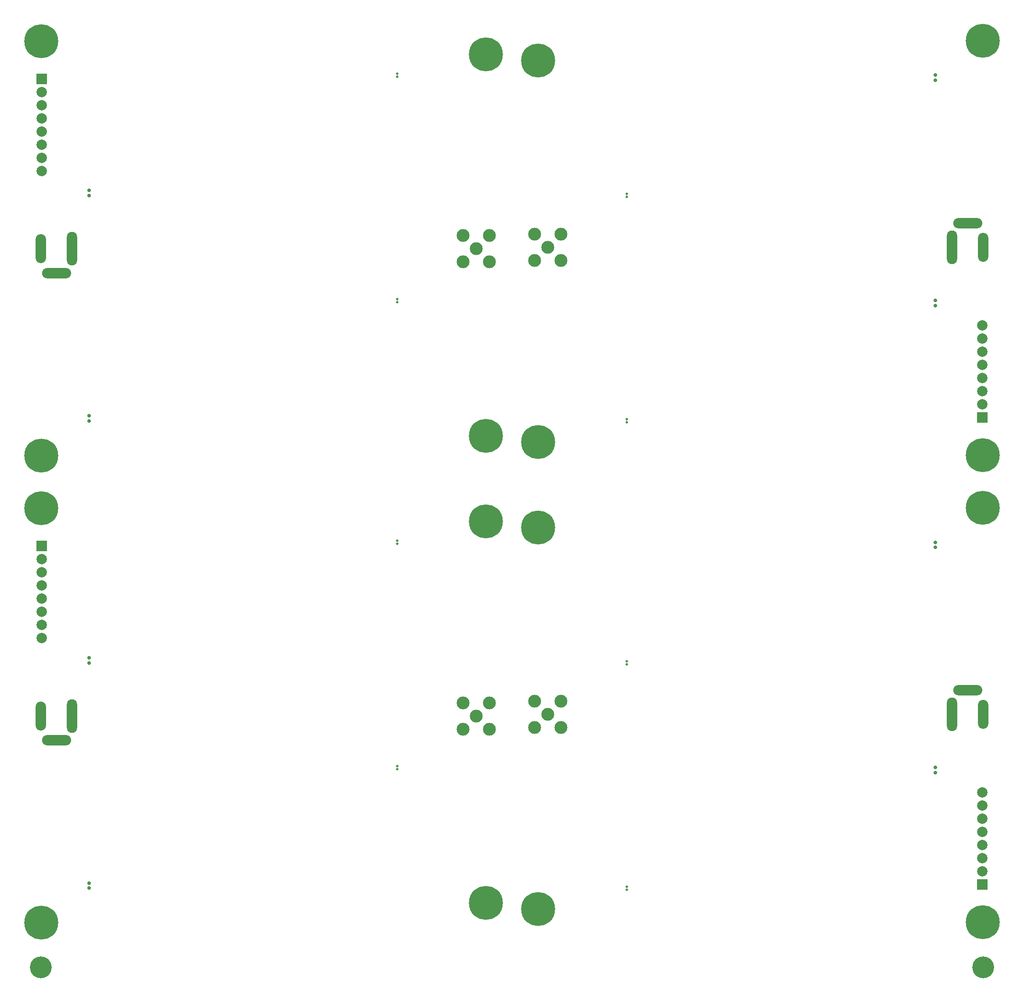
<source format=gbs>
G04*
G04 #@! TF.GenerationSoftware,Altium Limited,Altium Designer,22.5.1 (42)*
G04*
G04 Layer_Color=16711935*
%FSLAX25Y25*%
%MOIN*%
G70*
G04*
G04 #@! TF.SameCoordinates,51788D37-BDA4-4E50-BAE2-16D2DB3F6F0A*
G04*
G04*
G04 #@! TF.FilePolarity,Negative*
G04*
G01*
G75*
%ADD73C,0.01968*%
%ADD130C,0.16548*%
%ADD131C,0.09776*%
%ADD132C,0.25800*%
%ADD133C,0.07887*%
%ADD134R,0.07887X0.07887*%
%ADD135O,0.22060X0.07887*%
%ADD136O,0.07887X0.22060*%
%ADD137O,0.07887X0.25603*%
%ADD138C,0.02756*%
D73*
X484252Y597244D02*
D03*
Y599606D02*
D03*
X484252Y428346D02*
D03*
Y425984D02*
D03*
X484252Y242126D02*
D03*
Y244488D02*
D03*
X484252Y73228D02*
D03*
Y70866D02*
D03*
X310039Y164665D02*
D03*
Y162303D02*
D03*
X310039Y333563D02*
D03*
Y335925D02*
D03*
X310039Y519783D02*
D03*
Y517421D02*
D03*
X310039Y688681D02*
D03*
Y691043D02*
D03*
D130*
X754921Y11811D02*
D03*
X39370D02*
D03*
D131*
X414213Y569055D02*
D03*
Y549055D02*
D03*
X434213D02*
D03*
Y569055D02*
D03*
X424213Y559055D02*
D03*
X414213Y213937D02*
D03*
Y193937D02*
D03*
X434213D02*
D03*
Y213937D02*
D03*
X424213Y203937D02*
D03*
X380079Y192854D02*
D03*
Y212854D02*
D03*
X360079D02*
D03*
Y192854D02*
D03*
X370079Y202854D02*
D03*
X380079Y547972D02*
D03*
Y567972D02*
D03*
X360079D02*
D03*
Y547972D02*
D03*
X370079Y557972D02*
D03*
D132*
X754606Y401221D02*
D03*
X417087Y701221D02*
D03*
Y411221D02*
D03*
X754606Y716221D02*
D03*
Y46102D02*
D03*
X417087Y346102D02*
D03*
Y56102D02*
D03*
X754606Y361102D02*
D03*
X39685Y360689D02*
D03*
X377205Y60689D02*
D03*
Y350689D02*
D03*
X39685Y45689D02*
D03*
Y715807D02*
D03*
X377205Y415807D02*
D03*
Y705807D02*
D03*
X39685Y400807D02*
D03*
D133*
X754421Y439815D02*
D03*
Y449815D02*
D03*
Y459815D02*
D03*
Y469815D02*
D03*
Y479815D02*
D03*
Y489815D02*
D03*
Y499815D02*
D03*
Y84697D02*
D03*
Y94697D02*
D03*
Y104697D02*
D03*
Y114697D02*
D03*
Y124697D02*
D03*
Y134697D02*
D03*
Y144697D02*
D03*
X39870Y322094D02*
D03*
Y312094D02*
D03*
Y302094D02*
D03*
Y292094D02*
D03*
Y282094D02*
D03*
Y272094D02*
D03*
Y262094D02*
D03*
Y677213D02*
D03*
Y667213D02*
D03*
Y657213D02*
D03*
Y647213D02*
D03*
Y637213D02*
D03*
Y627213D02*
D03*
Y617213D02*
D03*
D134*
X754421Y429815D02*
D03*
Y74697D02*
D03*
X39870Y332094D02*
D03*
Y687213D02*
D03*
D135*
X743110Y577559D02*
D03*
Y222441D02*
D03*
X51181Y184350D02*
D03*
Y539468D02*
D03*
D136*
X754921Y559055D02*
D03*
Y203937D02*
D03*
X39370Y202854D02*
D03*
Y557972D02*
D03*
D137*
X731299Y559055D02*
D03*
Y203937D02*
D03*
X62992Y202854D02*
D03*
Y557972D02*
D03*
D138*
X718504Y689961D02*
D03*
Y686024D02*
D03*
X718504Y514764D02*
D03*
Y518701D02*
D03*
X718504Y334842D02*
D03*
Y330906D02*
D03*
X718504Y159646D02*
D03*
Y163583D02*
D03*
X75787Y71949D02*
D03*
Y75886D02*
D03*
X75788Y247146D02*
D03*
Y243209D02*
D03*
X75787Y427067D02*
D03*
Y431004D02*
D03*
X75788Y602264D02*
D03*
Y598327D02*
D03*
M02*

</source>
